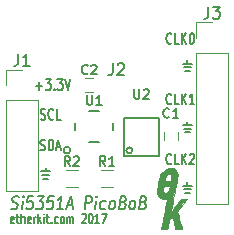
<source format=gto>
G04 #@! TF.FileFunction,Legend,Top*
%FSLAX46Y46*%
G04 Gerber Fmt 4.6, Leading zero omitted, Abs format (unit mm)*
G04 Created by KiCad (PCBNEW 4.0.6-e0-6349~53~ubuntu16.04.1) date Sat Jun 24 14:45:07 2017*
%MOMM*%
%LPD*%
G01*
G04 APERTURE LIST*
%ADD10C,0.100000*%
%ADD11C,0.150000*%
%ADD12C,0.200000*%
%ADD13C,0.120000*%
%ADD14C,0.002540*%
G04 APERTURE END LIST*
D10*
D11*
X101328571Y-89123810D02*
X101271428Y-89161905D01*
X101157142Y-89161905D01*
X101099999Y-89123810D01*
X101071428Y-89047619D01*
X101071428Y-88742857D01*
X101099999Y-88666667D01*
X101157142Y-88628571D01*
X101271428Y-88628571D01*
X101328571Y-88666667D01*
X101357142Y-88742857D01*
X101357142Y-88819048D01*
X101071428Y-88895238D01*
X101528571Y-88628571D02*
X101757142Y-88628571D01*
X101614285Y-88361905D02*
X101614285Y-89047619D01*
X101642857Y-89123810D01*
X101699999Y-89161905D01*
X101757142Y-89161905D01*
X101957142Y-89161905D02*
X101957142Y-88361905D01*
X102214285Y-89161905D02*
X102214285Y-88742857D01*
X102185714Y-88666667D01*
X102128571Y-88628571D01*
X102042856Y-88628571D01*
X101985714Y-88666667D01*
X101957142Y-88704762D01*
X102728571Y-89123810D02*
X102671428Y-89161905D01*
X102557142Y-89161905D01*
X102499999Y-89123810D01*
X102471428Y-89047619D01*
X102471428Y-88742857D01*
X102499999Y-88666667D01*
X102557142Y-88628571D01*
X102671428Y-88628571D01*
X102728571Y-88666667D01*
X102757142Y-88742857D01*
X102757142Y-88819048D01*
X102471428Y-88895238D01*
X103014285Y-89161905D02*
X103014285Y-88628571D01*
X103014285Y-88780952D02*
X103042857Y-88704762D01*
X103071428Y-88666667D01*
X103128571Y-88628571D01*
X103185714Y-88628571D01*
X103385714Y-89161905D02*
X103385714Y-88361905D01*
X103442857Y-88857143D02*
X103614286Y-89161905D01*
X103614286Y-88628571D02*
X103385714Y-88933333D01*
X103871428Y-89161905D02*
X103871428Y-88628571D01*
X103871428Y-88361905D02*
X103842857Y-88400000D01*
X103871428Y-88438095D01*
X103900000Y-88400000D01*
X103871428Y-88361905D01*
X103871428Y-88438095D01*
X104071428Y-88628571D02*
X104299999Y-88628571D01*
X104157142Y-88361905D02*
X104157142Y-89047619D01*
X104185714Y-89123810D01*
X104242856Y-89161905D01*
X104299999Y-89161905D01*
X104499999Y-89085714D02*
X104528571Y-89123810D01*
X104499999Y-89161905D01*
X104471428Y-89123810D01*
X104499999Y-89085714D01*
X104499999Y-89161905D01*
X105042856Y-89123810D02*
X104985713Y-89161905D01*
X104871427Y-89161905D01*
X104814285Y-89123810D01*
X104785713Y-89085714D01*
X104757142Y-89009524D01*
X104757142Y-88780952D01*
X104785713Y-88704762D01*
X104814285Y-88666667D01*
X104871427Y-88628571D01*
X104985713Y-88628571D01*
X105042856Y-88666667D01*
X105385713Y-89161905D02*
X105328571Y-89123810D01*
X105299999Y-89085714D01*
X105271428Y-89009524D01*
X105271428Y-88780952D01*
X105299999Y-88704762D01*
X105328571Y-88666667D01*
X105385713Y-88628571D01*
X105471428Y-88628571D01*
X105528571Y-88666667D01*
X105557142Y-88704762D01*
X105585713Y-88780952D01*
X105585713Y-89009524D01*
X105557142Y-89085714D01*
X105528571Y-89123810D01*
X105471428Y-89161905D01*
X105385713Y-89161905D01*
X105842856Y-89161905D02*
X105842856Y-88628571D01*
X105842856Y-88704762D02*
X105871428Y-88666667D01*
X105928570Y-88628571D01*
X106014285Y-88628571D01*
X106071428Y-88666667D01*
X106099999Y-88742857D01*
X106099999Y-89161905D01*
X106099999Y-88742857D02*
X106128570Y-88666667D01*
X106185713Y-88628571D01*
X106271428Y-88628571D01*
X106328570Y-88666667D01*
X106357142Y-88742857D01*
X106357142Y-89161905D01*
X107071428Y-88438095D02*
X107099999Y-88400000D01*
X107157142Y-88361905D01*
X107299999Y-88361905D01*
X107357142Y-88400000D01*
X107385713Y-88438095D01*
X107414285Y-88514286D01*
X107414285Y-88590476D01*
X107385713Y-88704762D01*
X107042856Y-89161905D01*
X107414285Y-89161905D01*
X107785714Y-88361905D02*
X107842857Y-88361905D01*
X107900000Y-88400000D01*
X107928571Y-88438095D01*
X107957142Y-88514286D01*
X107985714Y-88666667D01*
X107985714Y-88857143D01*
X107957142Y-89009524D01*
X107928571Y-89085714D01*
X107900000Y-89123810D01*
X107842857Y-89161905D01*
X107785714Y-89161905D01*
X107728571Y-89123810D01*
X107700000Y-89085714D01*
X107671428Y-89009524D01*
X107642857Y-88857143D01*
X107642857Y-88666667D01*
X107671428Y-88514286D01*
X107700000Y-88438095D01*
X107728571Y-88400000D01*
X107785714Y-88361905D01*
X108557143Y-89161905D02*
X108214286Y-89161905D01*
X108385714Y-89161905D02*
X108385714Y-88361905D01*
X108328571Y-88476190D01*
X108271429Y-88552381D01*
X108214286Y-88590476D01*
X108757143Y-88361905D02*
X109157143Y-88361905D01*
X108900000Y-89161905D01*
D12*
X101084524Y-87945238D02*
X101206548Y-87997619D01*
X101420834Y-87997619D01*
X101513095Y-87945238D01*
X101562500Y-87892857D01*
X101618452Y-87788095D01*
X101631547Y-87683333D01*
X101601786Y-87578571D01*
X101565476Y-87526190D01*
X101486310Y-87473810D01*
X101321428Y-87421429D01*
X101242262Y-87369048D01*
X101205953Y-87316667D01*
X101176191Y-87211905D01*
X101189286Y-87107143D01*
X101245238Y-87002381D01*
X101294643Y-86950000D01*
X101386905Y-86897619D01*
X101601191Y-86897619D01*
X101723214Y-86950000D01*
X101977977Y-87997619D02*
X102069643Y-87264286D01*
X102115477Y-86897619D02*
X102066072Y-86950000D01*
X102102381Y-87002381D01*
X102151786Y-86950000D01*
X102115477Y-86897619D01*
X102102381Y-87002381D01*
X102972619Y-86897619D02*
X102544048Y-86897619D01*
X102435714Y-87421429D01*
X102485119Y-87369048D01*
X102577381Y-87316667D01*
X102791667Y-87316667D01*
X102870833Y-87369048D01*
X102907142Y-87421429D01*
X102936904Y-87526190D01*
X102904166Y-87788095D01*
X102848214Y-87892857D01*
X102798809Y-87945238D01*
X102706548Y-87997619D01*
X102492262Y-87997619D01*
X102413095Y-87945238D01*
X102376786Y-87892857D01*
X103315476Y-86897619D02*
X103872619Y-86897619D01*
X103520238Y-87316667D01*
X103648810Y-87316667D01*
X103727976Y-87369048D01*
X103764285Y-87421429D01*
X103794047Y-87526190D01*
X103761309Y-87788095D01*
X103705357Y-87892857D01*
X103655952Y-87945238D01*
X103563691Y-87997619D01*
X103306548Y-87997619D01*
X103227381Y-87945238D01*
X103191071Y-87892857D01*
X104686905Y-86897619D02*
X104258334Y-86897619D01*
X104150000Y-87421429D01*
X104199405Y-87369048D01*
X104291667Y-87316667D01*
X104505953Y-87316667D01*
X104585119Y-87369048D01*
X104621428Y-87421429D01*
X104651190Y-87526190D01*
X104618452Y-87788095D01*
X104562500Y-87892857D01*
X104513095Y-87945238D01*
X104420834Y-87997619D01*
X104206548Y-87997619D01*
X104127381Y-87945238D01*
X104091072Y-87892857D01*
X105449405Y-87997619D02*
X104935120Y-87997619D01*
X105192262Y-87997619D02*
X105329762Y-86897619D01*
X105224405Y-87054762D01*
X105125596Y-87159524D01*
X105033334Y-87211905D01*
X105831548Y-87683333D02*
X106260119Y-87683333D01*
X105706548Y-87997619D02*
X106144048Y-86897619D01*
X106306548Y-87997619D01*
X107292263Y-87997619D02*
X107429763Y-86897619D01*
X107772620Y-86897619D01*
X107851786Y-86950000D01*
X107888095Y-87002381D01*
X107917857Y-87107143D01*
X107898214Y-87264286D01*
X107842262Y-87369048D01*
X107792857Y-87421429D01*
X107700596Y-87473810D01*
X107357739Y-87473810D01*
X108192263Y-87997619D02*
X108283929Y-87264286D01*
X108329763Y-86897619D02*
X108280358Y-86950000D01*
X108316667Y-87002381D01*
X108366072Y-86950000D01*
X108329763Y-86897619D01*
X108316667Y-87002381D01*
X109013095Y-87945238D02*
X108920834Y-87997619D01*
X108749405Y-87997619D01*
X108670238Y-87945238D01*
X108633929Y-87892857D01*
X108604167Y-87788095D01*
X108643453Y-87473810D01*
X108699405Y-87369048D01*
X108748810Y-87316667D01*
X108841071Y-87264286D01*
X109012500Y-87264286D01*
X109091667Y-87316667D01*
X109520834Y-87997619D02*
X109441667Y-87945238D01*
X109405358Y-87892857D01*
X109375596Y-87788095D01*
X109414882Y-87473810D01*
X109470834Y-87369048D01*
X109520239Y-87316667D01*
X109612500Y-87264286D01*
X109741072Y-87264286D01*
X109820239Y-87316667D01*
X109856548Y-87369048D01*
X109886310Y-87473810D01*
X109847024Y-87788095D01*
X109791072Y-87892857D01*
X109741667Y-87945238D01*
X109649406Y-87997619D01*
X109520834Y-87997619D01*
X110578572Y-87421429D02*
X110700596Y-87473810D01*
X110736905Y-87526190D01*
X110766667Y-87630952D01*
X110747024Y-87788095D01*
X110691072Y-87892857D01*
X110641667Y-87945238D01*
X110549406Y-87997619D01*
X110206549Y-87997619D01*
X110344049Y-86897619D01*
X110644049Y-86897619D01*
X110723215Y-86950000D01*
X110759524Y-87002381D01*
X110789286Y-87107143D01*
X110776191Y-87211905D01*
X110720239Y-87316667D01*
X110670834Y-87369048D01*
X110578572Y-87421429D01*
X110278572Y-87421429D01*
X111235120Y-87997619D02*
X111155953Y-87945238D01*
X111119644Y-87892857D01*
X111089882Y-87788095D01*
X111129168Y-87473810D01*
X111185120Y-87369048D01*
X111234525Y-87316667D01*
X111326786Y-87264286D01*
X111455358Y-87264286D01*
X111534525Y-87316667D01*
X111570834Y-87369048D01*
X111600596Y-87473810D01*
X111561310Y-87788095D01*
X111505358Y-87892857D01*
X111455953Y-87945238D01*
X111363692Y-87997619D01*
X111235120Y-87997619D01*
X112292858Y-87421429D02*
X112414882Y-87473810D01*
X112451191Y-87526190D01*
X112480953Y-87630952D01*
X112461310Y-87788095D01*
X112405358Y-87892857D01*
X112355953Y-87945238D01*
X112263692Y-87997619D01*
X111920835Y-87997619D01*
X112058335Y-86897619D01*
X112358335Y-86897619D01*
X112437501Y-86950000D01*
X112473810Y-87002381D01*
X112503572Y-87107143D01*
X112490477Y-87211905D01*
X112434525Y-87316667D01*
X112385120Y-87369048D01*
X112292858Y-87421429D01*
X111992858Y-87421429D01*
X104000000Y-84800000D02*
X104000000Y-84500000D01*
X103800000Y-85400000D02*
X104200000Y-85400000D01*
X103600000Y-84800000D02*
X104400000Y-84800000D01*
X103700000Y-85100000D02*
X104300000Y-85100000D01*
X116000000Y-75700000D02*
X116000000Y-75400000D01*
X115800000Y-76300000D02*
X116200000Y-76300000D01*
X115600000Y-75700000D02*
X116400000Y-75700000D01*
X115700000Y-76000000D02*
X116300000Y-76000000D01*
X116000000Y-80900000D02*
X116000000Y-80600000D01*
X115800000Y-81500000D02*
X116200000Y-81500000D01*
X115600000Y-80900000D02*
X116400000Y-80900000D01*
X115700000Y-81200000D02*
X116300000Y-81200000D01*
X116000000Y-86000000D02*
X116000000Y-85700000D01*
X115800000Y-86600000D02*
X116200000Y-86600000D01*
X115700000Y-86300000D02*
X116300000Y-86300000D01*
X115600000Y-86000000D02*
X116400000Y-86000000D01*
D11*
X103550000Y-82964286D02*
X103650000Y-83007143D01*
X103816667Y-83007143D01*
X103883334Y-82964286D01*
X103916667Y-82921429D01*
X103950000Y-82835714D01*
X103950000Y-82750000D01*
X103916667Y-82664286D01*
X103883334Y-82621429D01*
X103816667Y-82578571D01*
X103683334Y-82535714D01*
X103616667Y-82492857D01*
X103583334Y-82450000D01*
X103550000Y-82364286D01*
X103550000Y-82278571D01*
X103583334Y-82192857D01*
X103616667Y-82150000D01*
X103683334Y-82107143D01*
X103850000Y-82107143D01*
X103950000Y-82150000D01*
X104250001Y-83007143D02*
X104250001Y-82107143D01*
X104416667Y-82107143D01*
X104516667Y-82150000D01*
X104583334Y-82235714D01*
X104616667Y-82321429D01*
X104650001Y-82492857D01*
X104650001Y-82621429D01*
X104616667Y-82792857D01*
X104583334Y-82878571D01*
X104516667Y-82964286D01*
X104416667Y-83007143D01*
X104250001Y-83007143D01*
X104916667Y-82750000D02*
X105250001Y-82750000D01*
X104850001Y-83007143D02*
X105083334Y-82107143D01*
X105316667Y-83007143D01*
X103566666Y-80364286D02*
X103666666Y-80407143D01*
X103833333Y-80407143D01*
X103900000Y-80364286D01*
X103933333Y-80321429D01*
X103966666Y-80235714D01*
X103966666Y-80150000D01*
X103933333Y-80064286D01*
X103900000Y-80021429D01*
X103833333Y-79978571D01*
X103700000Y-79935714D01*
X103633333Y-79892857D01*
X103600000Y-79850000D01*
X103566666Y-79764286D01*
X103566666Y-79678571D01*
X103600000Y-79592857D01*
X103633333Y-79550000D01*
X103700000Y-79507143D01*
X103866666Y-79507143D01*
X103966666Y-79550000D01*
X104666667Y-80321429D02*
X104633333Y-80364286D01*
X104533333Y-80407143D01*
X104466667Y-80407143D01*
X104366667Y-80364286D01*
X104300000Y-80278571D01*
X104266667Y-80192857D01*
X104233333Y-80021429D01*
X104233333Y-79892857D01*
X104266667Y-79721429D01*
X104300000Y-79635714D01*
X104366667Y-79550000D01*
X104466667Y-79507143D01*
X104533333Y-79507143D01*
X104633333Y-79550000D01*
X104666667Y-79592857D01*
X105300000Y-80407143D02*
X104966667Y-80407143D01*
X104966667Y-79507143D01*
X103200000Y-77564286D02*
X103733333Y-77564286D01*
X103466666Y-77907143D02*
X103466666Y-77221429D01*
X104000000Y-77007143D02*
X104433333Y-77007143D01*
X104200000Y-77350000D01*
X104300000Y-77350000D01*
X104366667Y-77392857D01*
X104400000Y-77435714D01*
X104433333Y-77521429D01*
X104433333Y-77735714D01*
X104400000Y-77821429D01*
X104366667Y-77864286D01*
X104300000Y-77907143D01*
X104100000Y-77907143D01*
X104033333Y-77864286D01*
X104000000Y-77821429D01*
X104733334Y-77821429D02*
X104766667Y-77864286D01*
X104733334Y-77907143D01*
X104700000Y-77864286D01*
X104733334Y-77821429D01*
X104733334Y-77907143D01*
X105000000Y-77007143D02*
X105433333Y-77007143D01*
X105200000Y-77350000D01*
X105300000Y-77350000D01*
X105366667Y-77392857D01*
X105400000Y-77435714D01*
X105433333Y-77521429D01*
X105433333Y-77735714D01*
X105400000Y-77821429D01*
X105366667Y-77864286D01*
X105300000Y-77907143D01*
X105100000Y-77907143D01*
X105033333Y-77864286D01*
X105000000Y-77821429D01*
X105633334Y-77007143D02*
X105866667Y-77907143D01*
X106100000Y-77007143D01*
X114650000Y-73921429D02*
X114616666Y-73964286D01*
X114516666Y-74007143D01*
X114450000Y-74007143D01*
X114350000Y-73964286D01*
X114283333Y-73878571D01*
X114250000Y-73792857D01*
X114216666Y-73621429D01*
X114216666Y-73492857D01*
X114250000Y-73321429D01*
X114283333Y-73235714D01*
X114350000Y-73150000D01*
X114450000Y-73107143D01*
X114516666Y-73107143D01*
X114616666Y-73150000D01*
X114650000Y-73192857D01*
X115283333Y-74007143D02*
X114950000Y-74007143D01*
X114950000Y-73107143D01*
X115516667Y-74007143D02*
X115516667Y-73107143D01*
X115916667Y-74007143D02*
X115616667Y-73492857D01*
X115916667Y-73107143D02*
X115516667Y-73621429D01*
X116350000Y-73107143D02*
X116416667Y-73107143D01*
X116483333Y-73150000D01*
X116516667Y-73192857D01*
X116550000Y-73278571D01*
X116583333Y-73450000D01*
X116583333Y-73664286D01*
X116550000Y-73835714D01*
X116516667Y-73921429D01*
X116483333Y-73964286D01*
X116416667Y-74007143D01*
X116350000Y-74007143D01*
X116283333Y-73964286D01*
X116250000Y-73921429D01*
X116216667Y-73835714D01*
X116183333Y-73664286D01*
X116183333Y-73450000D01*
X116216667Y-73278571D01*
X116250000Y-73192857D01*
X116283333Y-73150000D01*
X116350000Y-73107143D01*
X114650000Y-79021429D02*
X114616666Y-79064286D01*
X114516666Y-79107143D01*
X114450000Y-79107143D01*
X114350000Y-79064286D01*
X114283333Y-78978571D01*
X114250000Y-78892857D01*
X114216666Y-78721429D01*
X114216666Y-78592857D01*
X114250000Y-78421429D01*
X114283333Y-78335714D01*
X114350000Y-78250000D01*
X114450000Y-78207143D01*
X114516666Y-78207143D01*
X114616666Y-78250000D01*
X114650000Y-78292857D01*
X115283333Y-79107143D02*
X114950000Y-79107143D01*
X114950000Y-78207143D01*
X115516667Y-79107143D02*
X115516667Y-78207143D01*
X115916667Y-79107143D02*
X115616667Y-78592857D01*
X115916667Y-78207143D02*
X115516667Y-78721429D01*
X116583333Y-79107143D02*
X116183333Y-79107143D01*
X116383333Y-79107143D02*
X116383333Y-78207143D01*
X116316667Y-78335714D01*
X116250000Y-78421429D01*
X116183333Y-78464286D01*
X114650000Y-84121429D02*
X114616666Y-84164286D01*
X114516666Y-84207143D01*
X114450000Y-84207143D01*
X114350000Y-84164286D01*
X114283333Y-84078571D01*
X114250000Y-83992857D01*
X114216666Y-83821429D01*
X114216666Y-83692857D01*
X114250000Y-83521429D01*
X114283333Y-83435714D01*
X114350000Y-83350000D01*
X114450000Y-83307143D01*
X114516666Y-83307143D01*
X114616666Y-83350000D01*
X114650000Y-83392857D01*
X115283333Y-84207143D02*
X114950000Y-84207143D01*
X114950000Y-83307143D01*
X115516667Y-84207143D02*
X115516667Y-83307143D01*
X115916667Y-84207143D02*
X115616667Y-83692857D01*
X115916667Y-83307143D02*
X115516667Y-83821429D01*
X116183333Y-83392857D02*
X116216667Y-83350000D01*
X116283333Y-83307143D01*
X116450000Y-83307143D01*
X116516667Y-83350000D01*
X116550000Y-83392857D01*
X116583333Y-83478571D01*
X116583333Y-83564286D01*
X116550000Y-83692857D01*
X116150000Y-84207143D01*
X116583333Y-84207143D01*
D13*
X115200000Y-81450000D02*
X115200000Y-82150000D01*
X114000000Y-82150000D02*
X114000000Y-81450000D01*
X107350000Y-76900000D02*
X108050000Y-76900000D01*
X108050000Y-78100000D02*
X107350000Y-78100000D01*
X100670000Y-78770000D02*
X100670000Y-86450000D01*
X100670000Y-86450000D02*
X103330000Y-86450000D01*
X103330000Y-86450000D02*
X103330000Y-78770000D01*
X103330000Y-78770000D02*
X100670000Y-78770000D01*
X100670000Y-77500000D02*
X100670000Y-76170000D01*
X100670000Y-76170000D02*
X102000000Y-76170000D01*
X116770000Y-74770000D02*
X116770000Y-87530000D01*
X116770000Y-87530000D02*
X119430000Y-87530000D01*
X119430000Y-87530000D02*
X119430000Y-74770000D01*
X119430000Y-74770000D02*
X116770000Y-74770000D01*
X116770000Y-73500000D02*
X116770000Y-72170000D01*
X116770000Y-72170000D02*
X118100000Y-72170000D01*
X109700000Y-86080000D02*
X108700000Y-86080000D01*
X108700000Y-84720000D02*
X109700000Y-84720000D01*
X106700000Y-86080000D02*
X105700000Y-86080000D01*
X105700000Y-84720000D02*
X106700000Y-84720000D01*
D11*
X106085044Y-83000000D02*
G75*
G03X106085044Y-83000000I-285044J0D01*
G01*
X107700000Y-79700000D02*
X108500000Y-79700000D01*
X107700000Y-82300000D02*
X108500000Y-82300000D01*
X109700000Y-80700000D02*
X109700000Y-81300000D01*
X106500000Y-80700000D02*
X106500000Y-81300000D01*
X113600000Y-80300000D02*
X110600000Y-80300000D01*
X110600000Y-80300000D02*
X110600000Y-83500000D01*
X110600000Y-83500000D02*
X113600000Y-83500000D01*
X113600000Y-83500000D02*
X113600000Y-80300000D01*
X111338000Y-83016000D02*
G75*
G03X111338000Y-83016000I-254000J0D01*
G01*
D14*
G36*
X115281660Y-89706040D02*
X115322300Y-89706040D01*
X115449300Y-89703500D01*
X115533120Y-89698420D01*
X115563600Y-89690800D01*
X115558520Y-89670480D01*
X115540740Y-89599360D01*
X115507720Y-89479980D01*
X115467080Y-89325040D01*
X115416280Y-89139620D01*
X115317220Y-88778940D01*
X115263880Y-88588440D01*
X115220700Y-88420800D01*
X115185140Y-88291260D01*
X115162280Y-88202360D01*
X115154660Y-88166800D01*
X115154660Y-88164260D01*
X115182600Y-88123620D01*
X115241020Y-88042340D01*
X115327380Y-87930580D01*
X115434060Y-87795960D01*
X115555980Y-87643560D01*
X115957300Y-87148260D01*
X115444220Y-87148260D01*
X115022580Y-87689280D01*
X114966700Y-87757860D01*
X114849860Y-87907720D01*
X114748260Y-88037260D01*
X114666980Y-88138860D01*
X114616180Y-88202360D01*
X114595860Y-88225220D01*
X114598400Y-88209980D01*
X114611100Y-88138860D01*
X114633960Y-88019480D01*
X114664440Y-87859460D01*
X114702540Y-87661340D01*
X114745720Y-87437820D01*
X114793980Y-87193980D01*
X114827000Y-87021260D01*
X114875260Y-86787580D01*
X114915900Y-86579300D01*
X114948920Y-86401500D01*
X114974320Y-86264340D01*
X114992100Y-86175440D01*
X114997180Y-86137340D01*
X114997180Y-86129720D01*
X114984480Y-86119560D01*
X114946380Y-86114480D01*
X114870180Y-86114480D01*
X114743180Y-86114480D01*
X114489180Y-86119560D01*
X114463780Y-86244020D01*
X114435840Y-86360860D01*
X114395200Y-86444680D01*
X114336780Y-86513260D01*
X114296140Y-86548820D01*
X114225020Y-86586920D01*
X114136120Y-86597080D01*
X114131040Y-86597080D01*
X114059920Y-86586920D01*
X114001500Y-86548820D01*
X113991340Y-86538660D01*
X113953240Y-86490400D01*
X113938000Y-86431980D01*
X113945620Y-86340540D01*
X113968480Y-86205920D01*
X113988800Y-86114480D01*
X114004040Y-86038280D01*
X114009120Y-86007800D01*
X114024360Y-86005260D01*
X114090400Y-86005260D01*
X114164060Y-86002720D01*
X114164060Y-85576000D01*
X114113260Y-85570920D01*
X114095480Y-85563300D01*
X114092940Y-85550600D01*
X114098020Y-85535360D01*
X114113260Y-85469320D01*
X114133580Y-85375340D01*
X114143740Y-85334700D01*
X114171680Y-85235640D01*
X114199620Y-85167060D01*
X114207240Y-85154360D01*
X114278360Y-85075620D01*
X114374880Y-85027360D01*
X114479020Y-85012120D01*
X114567920Y-85032440D01*
X114631420Y-85093400D01*
X114633960Y-85098480D01*
X114651740Y-85187380D01*
X114646660Y-85311840D01*
X114623800Y-85451540D01*
X114595860Y-85568380D01*
X114341860Y-85573460D01*
X114258040Y-85576000D01*
X114164060Y-85576000D01*
X114164060Y-86002720D01*
X114202160Y-86002720D01*
X114346940Y-86002720D01*
X114519660Y-86000180D01*
X115027660Y-86000180D01*
X115037820Y-85964620D01*
X115040360Y-85957000D01*
X115063220Y-85850320D01*
X115088620Y-85710620D01*
X115116560Y-85558220D01*
X115144500Y-85405820D01*
X115164820Y-85271200D01*
X115180060Y-85164520D01*
X115187680Y-85106100D01*
X115185140Y-85075620D01*
X115149580Y-84895280D01*
X115060680Y-84737800D01*
X114933680Y-84610800D01*
X114773660Y-84534600D01*
X114755880Y-84529520D01*
X114636500Y-84511740D01*
X114496800Y-84511740D01*
X114372340Y-84526980D01*
X114252960Y-84562540D01*
X114070080Y-84664140D01*
X113902440Y-84806380D01*
X113765280Y-84974020D01*
X113671300Y-85154360D01*
X113663680Y-85177220D01*
X113643360Y-85266120D01*
X113615420Y-85395660D01*
X113579860Y-85553140D01*
X113544300Y-85728400D01*
X113508740Y-85908740D01*
X113475720Y-86081460D01*
X113447780Y-86231320D01*
X113427460Y-86348160D01*
X113417300Y-86419280D01*
X113417300Y-86520880D01*
X113437620Y-86685980D01*
X113488420Y-86823140D01*
X113508740Y-86856160D01*
X113625580Y-86985700D01*
X113783060Y-87077140D01*
X113965940Y-87122860D01*
X114161520Y-87117780D01*
X114184380Y-87115240D01*
X114255500Y-87105080D01*
X114285980Y-87105080D01*
X114285980Y-87112700D01*
X114275820Y-87173660D01*
X114252960Y-87285420D01*
X114222480Y-87440360D01*
X114184380Y-87638480D01*
X114141200Y-87867080D01*
X114090400Y-88121080D01*
X114006580Y-88537640D01*
X113953240Y-88801800D01*
X113904980Y-89045640D01*
X113864340Y-89259000D01*
X113828780Y-89439340D01*
X113803380Y-89573960D01*
X113788140Y-89662860D01*
X113785600Y-89693340D01*
X113788140Y-89695880D01*
X113833860Y-89700960D01*
X113922760Y-89703500D01*
X114042140Y-89706040D01*
X114146280Y-89706040D01*
X114230100Y-89703500D01*
X114273280Y-89698420D01*
X114293600Y-89688260D01*
X114298680Y-89670480D01*
X114303760Y-89645080D01*
X114321540Y-89566340D01*
X114341860Y-89452040D01*
X114369800Y-89314880D01*
X114377420Y-89274240D01*
X114412980Y-89111680D01*
X114440920Y-89010080D01*
X114461240Y-88961820D01*
X114471400Y-88951660D01*
X114547600Y-88865300D01*
X114626340Y-88776400D01*
X114700000Y-88700200D01*
X114750800Y-88646860D01*
X114771120Y-88626540D01*
X114776200Y-88641780D01*
X114791440Y-88707820D01*
X114814300Y-88819580D01*
X114844780Y-88964360D01*
X114877800Y-89132000D01*
X114903200Y-89248840D01*
X114936220Y-89406320D01*
X114961620Y-89538400D01*
X114981940Y-89629840D01*
X114989560Y-89670480D01*
X114992100Y-89673020D01*
X114997180Y-89688260D01*
X115017500Y-89698420D01*
X115063220Y-89703500D01*
X115147040Y-89706040D01*
X115281660Y-89706040D01*
X115281660Y-89706040D01*
G37*
X115281660Y-89706040D02*
X115322300Y-89706040D01*
X115449300Y-89703500D01*
X115533120Y-89698420D01*
X115563600Y-89690800D01*
X115558520Y-89670480D01*
X115540740Y-89599360D01*
X115507720Y-89479980D01*
X115467080Y-89325040D01*
X115416280Y-89139620D01*
X115317220Y-88778940D01*
X115263880Y-88588440D01*
X115220700Y-88420800D01*
X115185140Y-88291260D01*
X115162280Y-88202360D01*
X115154660Y-88166800D01*
X115154660Y-88164260D01*
X115182600Y-88123620D01*
X115241020Y-88042340D01*
X115327380Y-87930580D01*
X115434060Y-87795960D01*
X115555980Y-87643560D01*
X115957300Y-87148260D01*
X115444220Y-87148260D01*
X115022580Y-87689280D01*
X114966700Y-87757860D01*
X114849860Y-87907720D01*
X114748260Y-88037260D01*
X114666980Y-88138860D01*
X114616180Y-88202360D01*
X114595860Y-88225220D01*
X114598400Y-88209980D01*
X114611100Y-88138860D01*
X114633960Y-88019480D01*
X114664440Y-87859460D01*
X114702540Y-87661340D01*
X114745720Y-87437820D01*
X114793980Y-87193980D01*
X114827000Y-87021260D01*
X114875260Y-86787580D01*
X114915900Y-86579300D01*
X114948920Y-86401500D01*
X114974320Y-86264340D01*
X114992100Y-86175440D01*
X114997180Y-86137340D01*
X114997180Y-86129720D01*
X114984480Y-86119560D01*
X114946380Y-86114480D01*
X114870180Y-86114480D01*
X114743180Y-86114480D01*
X114489180Y-86119560D01*
X114463780Y-86244020D01*
X114435840Y-86360860D01*
X114395200Y-86444680D01*
X114336780Y-86513260D01*
X114296140Y-86548820D01*
X114225020Y-86586920D01*
X114136120Y-86597080D01*
X114131040Y-86597080D01*
X114059920Y-86586920D01*
X114001500Y-86548820D01*
X113991340Y-86538660D01*
X113953240Y-86490400D01*
X113938000Y-86431980D01*
X113945620Y-86340540D01*
X113968480Y-86205920D01*
X113988800Y-86114480D01*
X114004040Y-86038280D01*
X114009120Y-86007800D01*
X114024360Y-86005260D01*
X114090400Y-86005260D01*
X114164060Y-86002720D01*
X114164060Y-85576000D01*
X114113260Y-85570920D01*
X114095480Y-85563300D01*
X114092940Y-85550600D01*
X114098020Y-85535360D01*
X114113260Y-85469320D01*
X114133580Y-85375340D01*
X114143740Y-85334700D01*
X114171680Y-85235640D01*
X114199620Y-85167060D01*
X114207240Y-85154360D01*
X114278360Y-85075620D01*
X114374880Y-85027360D01*
X114479020Y-85012120D01*
X114567920Y-85032440D01*
X114631420Y-85093400D01*
X114633960Y-85098480D01*
X114651740Y-85187380D01*
X114646660Y-85311840D01*
X114623800Y-85451540D01*
X114595860Y-85568380D01*
X114341860Y-85573460D01*
X114258040Y-85576000D01*
X114164060Y-85576000D01*
X114164060Y-86002720D01*
X114202160Y-86002720D01*
X114346940Y-86002720D01*
X114519660Y-86000180D01*
X115027660Y-86000180D01*
X115037820Y-85964620D01*
X115040360Y-85957000D01*
X115063220Y-85850320D01*
X115088620Y-85710620D01*
X115116560Y-85558220D01*
X115144500Y-85405820D01*
X115164820Y-85271200D01*
X115180060Y-85164520D01*
X115187680Y-85106100D01*
X115185140Y-85075620D01*
X115149580Y-84895280D01*
X115060680Y-84737800D01*
X114933680Y-84610800D01*
X114773660Y-84534600D01*
X114755880Y-84529520D01*
X114636500Y-84511740D01*
X114496800Y-84511740D01*
X114372340Y-84526980D01*
X114252960Y-84562540D01*
X114070080Y-84664140D01*
X113902440Y-84806380D01*
X113765280Y-84974020D01*
X113671300Y-85154360D01*
X113663680Y-85177220D01*
X113643360Y-85266120D01*
X113615420Y-85395660D01*
X113579860Y-85553140D01*
X113544300Y-85728400D01*
X113508740Y-85908740D01*
X113475720Y-86081460D01*
X113447780Y-86231320D01*
X113427460Y-86348160D01*
X113417300Y-86419280D01*
X113417300Y-86520880D01*
X113437620Y-86685980D01*
X113488420Y-86823140D01*
X113508740Y-86856160D01*
X113625580Y-86985700D01*
X113783060Y-87077140D01*
X113965940Y-87122860D01*
X114161520Y-87117780D01*
X114184380Y-87115240D01*
X114255500Y-87105080D01*
X114285980Y-87105080D01*
X114285980Y-87112700D01*
X114275820Y-87173660D01*
X114252960Y-87285420D01*
X114222480Y-87440360D01*
X114184380Y-87638480D01*
X114141200Y-87867080D01*
X114090400Y-88121080D01*
X114006580Y-88537640D01*
X113953240Y-88801800D01*
X113904980Y-89045640D01*
X113864340Y-89259000D01*
X113828780Y-89439340D01*
X113803380Y-89573960D01*
X113788140Y-89662860D01*
X113785600Y-89693340D01*
X113788140Y-89695880D01*
X113833860Y-89700960D01*
X113922760Y-89703500D01*
X114042140Y-89706040D01*
X114146280Y-89706040D01*
X114230100Y-89703500D01*
X114273280Y-89698420D01*
X114293600Y-89688260D01*
X114298680Y-89670480D01*
X114303760Y-89645080D01*
X114321540Y-89566340D01*
X114341860Y-89452040D01*
X114369800Y-89314880D01*
X114377420Y-89274240D01*
X114412980Y-89111680D01*
X114440920Y-89010080D01*
X114461240Y-88961820D01*
X114471400Y-88951660D01*
X114547600Y-88865300D01*
X114626340Y-88776400D01*
X114700000Y-88700200D01*
X114750800Y-88646860D01*
X114771120Y-88626540D01*
X114776200Y-88641780D01*
X114791440Y-88707820D01*
X114814300Y-88819580D01*
X114844780Y-88964360D01*
X114877800Y-89132000D01*
X114903200Y-89248840D01*
X114936220Y-89406320D01*
X114961620Y-89538400D01*
X114981940Y-89629840D01*
X114989560Y-89670480D01*
X114992100Y-89673020D01*
X114997180Y-89688260D01*
X115017500Y-89698420D01*
X115063220Y-89703500D01*
X115147040Y-89706040D01*
X115281660Y-89706040D01*
D11*
X114466667Y-80185714D02*
X114428572Y-80223810D01*
X114314286Y-80261905D01*
X114238096Y-80261905D01*
X114123810Y-80223810D01*
X114047619Y-80147619D01*
X114009524Y-80071429D01*
X113971429Y-79919048D01*
X113971429Y-79804762D01*
X114009524Y-79652381D01*
X114047619Y-79576190D01*
X114123810Y-79500000D01*
X114238096Y-79461905D01*
X114314286Y-79461905D01*
X114428572Y-79500000D01*
X114466667Y-79538095D01*
X115228572Y-80261905D02*
X114771429Y-80261905D01*
X115000000Y-80261905D02*
X115000000Y-79461905D01*
X114923810Y-79576190D01*
X114847619Y-79652381D01*
X114771429Y-79690476D01*
X107566667Y-76485714D02*
X107528572Y-76523810D01*
X107414286Y-76561905D01*
X107338096Y-76561905D01*
X107223810Y-76523810D01*
X107147619Y-76447619D01*
X107109524Y-76371429D01*
X107071429Y-76219048D01*
X107071429Y-76104762D01*
X107109524Y-75952381D01*
X107147619Y-75876190D01*
X107223810Y-75800000D01*
X107338096Y-75761905D01*
X107414286Y-75761905D01*
X107528572Y-75800000D01*
X107566667Y-75838095D01*
X107871429Y-75838095D02*
X107909524Y-75800000D01*
X107985715Y-75761905D01*
X108176191Y-75761905D01*
X108252381Y-75800000D01*
X108290477Y-75838095D01*
X108328572Y-75914286D01*
X108328572Y-75990476D01*
X108290477Y-76104762D01*
X107833334Y-76561905D01*
X108328572Y-76561905D01*
D12*
X101666667Y-74852381D02*
X101666667Y-75566667D01*
X101619047Y-75709524D01*
X101523809Y-75804762D01*
X101380952Y-75852381D01*
X101285714Y-75852381D01*
X102666667Y-75852381D02*
X102095238Y-75852381D01*
X102380952Y-75852381D02*
X102380952Y-74852381D01*
X102285714Y-74995238D01*
X102190476Y-75090476D01*
X102095238Y-75138095D01*
X109666667Y-75652381D02*
X109666667Y-76366667D01*
X109619047Y-76509524D01*
X109523809Y-76604762D01*
X109380952Y-76652381D01*
X109285714Y-76652381D01*
X110095238Y-75747619D02*
X110142857Y-75700000D01*
X110238095Y-75652381D01*
X110476191Y-75652381D01*
X110571429Y-75700000D01*
X110619048Y-75747619D01*
X110666667Y-75842857D01*
X110666667Y-75938095D01*
X110619048Y-76080952D01*
X110047619Y-76652381D01*
X110666667Y-76652381D01*
X117766667Y-70852381D02*
X117766667Y-71566667D01*
X117719047Y-71709524D01*
X117623809Y-71804762D01*
X117480952Y-71852381D01*
X117385714Y-71852381D01*
X118147619Y-70852381D02*
X118766667Y-70852381D01*
X118433333Y-71233333D01*
X118576191Y-71233333D01*
X118671429Y-71280952D01*
X118719048Y-71328571D01*
X118766667Y-71423810D01*
X118766667Y-71661905D01*
X118719048Y-71757143D01*
X118671429Y-71804762D01*
X118576191Y-71852381D01*
X118290476Y-71852381D01*
X118195238Y-71804762D01*
X118147619Y-71757143D01*
D11*
X109066667Y-84311905D02*
X108800000Y-83930952D01*
X108609524Y-84311905D02*
X108609524Y-83511905D01*
X108914286Y-83511905D01*
X108990477Y-83550000D01*
X109028572Y-83588095D01*
X109066667Y-83664286D01*
X109066667Y-83778571D01*
X109028572Y-83854762D01*
X108990477Y-83892857D01*
X108914286Y-83930952D01*
X108609524Y-83930952D01*
X109828572Y-84311905D02*
X109371429Y-84311905D01*
X109600000Y-84311905D02*
X109600000Y-83511905D01*
X109523810Y-83626190D01*
X109447619Y-83702381D01*
X109371429Y-83740476D01*
X106066667Y-84311905D02*
X105800000Y-83930952D01*
X105609524Y-84311905D02*
X105609524Y-83511905D01*
X105914286Y-83511905D01*
X105990477Y-83550000D01*
X106028572Y-83588095D01*
X106066667Y-83664286D01*
X106066667Y-83778571D01*
X106028572Y-83854762D01*
X105990477Y-83892857D01*
X105914286Y-83930952D01*
X105609524Y-83930952D01*
X106371429Y-83588095D02*
X106409524Y-83550000D01*
X106485715Y-83511905D01*
X106676191Y-83511905D01*
X106752381Y-83550000D01*
X106790477Y-83588095D01*
X106828572Y-83664286D01*
X106828572Y-83740476D01*
X106790477Y-83854762D01*
X106333334Y-84311905D01*
X106828572Y-84311905D01*
X107490476Y-78361905D02*
X107490476Y-79009524D01*
X107528571Y-79085714D01*
X107566667Y-79123810D01*
X107642857Y-79161905D01*
X107795238Y-79161905D01*
X107871429Y-79123810D01*
X107909524Y-79085714D01*
X107947619Y-79009524D01*
X107947619Y-78361905D01*
X108747619Y-79161905D02*
X108290476Y-79161905D01*
X108519047Y-79161905D02*
X108519047Y-78361905D01*
X108442857Y-78476190D01*
X108366666Y-78552381D01*
X108290476Y-78590476D01*
X111490476Y-77861905D02*
X111490476Y-78509524D01*
X111528571Y-78585714D01*
X111566667Y-78623810D01*
X111642857Y-78661905D01*
X111795238Y-78661905D01*
X111871429Y-78623810D01*
X111909524Y-78585714D01*
X111947619Y-78509524D01*
X111947619Y-77861905D01*
X112290476Y-77938095D02*
X112328571Y-77900000D01*
X112404762Y-77861905D01*
X112595238Y-77861905D01*
X112671428Y-77900000D01*
X112709524Y-77938095D01*
X112747619Y-78014286D01*
X112747619Y-78090476D01*
X112709524Y-78204762D01*
X112252381Y-78661905D01*
X112747619Y-78661905D01*
M02*

</source>
